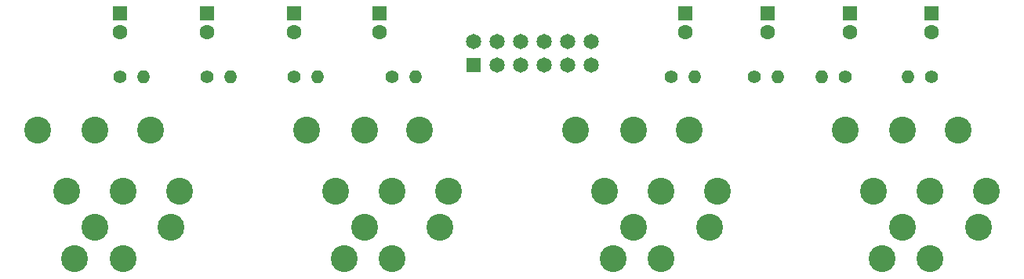
<source format=gbr>
%TF.GenerationSoftware,KiCad,Pcbnew,9.0.0*%
%TF.CreationDate,2025-03-26T12:10:22+11:00*%
%TF.ProjectId,Wing Board 4 Combo mk II,57696e67-2042-46f6-9172-64203420436f,rev?*%
%TF.SameCoordinates,Original*%
%TF.FileFunction,Soldermask,Top*%
%TF.FilePolarity,Negative*%
%FSLAX46Y46*%
G04 Gerber Fmt 4.6, Leading zero omitted, Abs format (unit mm)*
G04 Created by KiCad (PCBNEW 9.0.0) date 2025-03-26 12:10:22*
%MOMM*%
%LPD*%
G01*
G04 APERTURE LIST*
%ADD10C,1.400000*%
%ADD11O,1.400000X1.400000*%
%ADD12C,2.900000*%
%ADD13R,1.600000X1.600000*%
%ADD14C,1.600000*%
%ADD15R,1.650000X1.650000*%
%ADD16C,1.650000*%
G04 APERTURE END LIST*
D10*
%TO.C,R5*%
X72491600Y-10337800D03*
D11*
X75031600Y-10337800D03*
%TD*%
D10*
%TO.C,R4*%
X42341800Y-10363200D03*
D11*
X44881800Y-10363200D03*
%TD*%
D12*
%TO.C,J5*%
X106524600Y-22697400D03*
X94324600Y-22697400D03*
X100424600Y-22697400D03*
X100424600Y-29997400D03*
X105624600Y-26597400D03*
X103424600Y-16097400D03*
X95224600Y-29997400D03*
X97424600Y-26597400D03*
X91224600Y-16097400D03*
X97424600Y-16097400D03*
%TD*%
D13*
%TO.C,C4*%
X41000000Y-3500000D03*
D14*
X41000000Y-5500000D03*
%TD*%
D10*
%TO.C,R2*%
X22352000Y-10363200D03*
D11*
X24892000Y-10363200D03*
%TD*%
D12*
%TO.C,J3*%
X48424600Y-22697400D03*
X36224600Y-22697400D03*
X42324600Y-22697400D03*
X42324600Y-29997400D03*
X47524600Y-26597400D03*
X45324600Y-16097400D03*
X37124600Y-29997400D03*
X39324600Y-26597400D03*
X33124600Y-16097400D03*
X39324600Y-16097400D03*
%TD*%
D13*
%TO.C,C8*%
X100609400Y-3500000D03*
D14*
X100609400Y-5500000D03*
%TD*%
D10*
%TO.C,R8*%
X100584000Y-10337800D03*
D11*
X98044000Y-10337800D03*
%TD*%
D15*
%TO.C,J1*%
X51155600Y-9017000D03*
D16*
X51155600Y-6477000D03*
X53695600Y-9017000D03*
X53695600Y-6477000D03*
X56235600Y-9017000D03*
X56235600Y-6477000D03*
X58775600Y-9017000D03*
X58775600Y-6477000D03*
X61315600Y-9017000D03*
X61315600Y-6477000D03*
X63855600Y-9017000D03*
X63855600Y-6477000D03*
%TD*%
D10*
%TO.C,R7*%
X91237600Y-10337800D03*
D11*
X88697600Y-10337800D03*
%TD*%
D10*
%TO.C,R1*%
X12979400Y-10363200D03*
D11*
X15519400Y-10363200D03*
%TD*%
D12*
%TO.C,J4*%
X77474600Y-22697400D03*
X65274600Y-22697400D03*
X71374600Y-22697400D03*
X71374600Y-29997400D03*
X76574600Y-26597400D03*
X74374600Y-16097400D03*
X66174600Y-29997400D03*
X68374600Y-26597400D03*
X62174600Y-16097400D03*
X68374600Y-16097400D03*
%TD*%
D13*
%TO.C,C3*%
X31702133Y-3500000D03*
D14*
X31702133Y-5500000D03*
%TD*%
D12*
%TO.C,J2*%
X19374600Y-22697400D03*
X7174600Y-22697400D03*
X13274600Y-22697400D03*
X13274600Y-29997400D03*
X18474600Y-26597400D03*
X16274600Y-16097400D03*
X8074600Y-29997400D03*
X10274600Y-26597400D03*
X4074600Y-16097400D03*
X10274600Y-16097400D03*
%TD*%
D13*
%TO.C,C2*%
X22352000Y-3500000D03*
D14*
X22352000Y-5500000D03*
%TD*%
D13*
%TO.C,C7*%
X91739600Y-3500000D03*
D14*
X91739600Y-5500000D03*
%TD*%
D10*
%TO.C,R3*%
X31699200Y-10337800D03*
D11*
X34239200Y-10337800D03*
%TD*%
D10*
%TO.C,R6*%
X81431600Y-10337800D03*
D11*
X83971600Y-10337800D03*
%TD*%
D13*
%TO.C,C6*%
X82869800Y-3500000D03*
D14*
X82869800Y-5500000D03*
%TD*%
D13*
%TO.C,C5*%
X74000000Y-3500000D03*
D14*
X74000000Y-5500000D03*
%TD*%
D13*
%TO.C,C1*%
X12979400Y-3505200D03*
D14*
X12979400Y-5505200D03*
%TD*%
M02*

</source>
